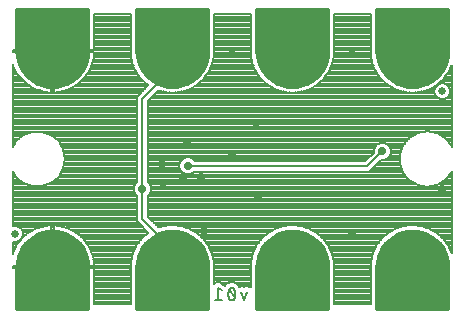
<source format=gbl>
G75*
%MOIN*%
%OFA0B0*%
%FSLAX25Y25*%
%IPPOS*%
%LPD*%
%AMOC8*
5,1,8,0,0,1.08239X$1,22.5*
%
%ADD10C,0.00800*%
%ADD11C,0.02500*%
%ADD12C,0.20000*%
%ADD13C,0.01000*%
%ADD14C,0.02900*%
%ADD15C,0.00700*%
D10*
X0142933Y0243200D02*
X0142933Y0255000D01*
X0130133Y0255000D01*
X0130133Y0255800D01*
X0142933Y0255800D01*
X0142933Y0255000D01*
X0143733Y0255000D01*
X0143733Y0243200D01*
X0142933Y0243200D01*
X0142933Y0243796D02*
X0143733Y0243796D01*
X0143733Y0244594D02*
X0142933Y0244594D01*
X0142933Y0245393D02*
X0143733Y0245393D01*
X0143733Y0246191D02*
X0142933Y0246191D01*
X0142933Y0246990D02*
X0143733Y0246990D01*
X0143733Y0247788D02*
X0142933Y0247788D01*
X0142933Y0248587D02*
X0143733Y0248587D01*
X0143733Y0249385D02*
X0142933Y0249385D01*
X0142933Y0250184D02*
X0143733Y0250184D01*
X0143733Y0250982D02*
X0142933Y0250982D01*
X0142933Y0251781D02*
X0143733Y0251781D01*
X0143733Y0252579D02*
X0142933Y0252579D01*
X0142933Y0253378D02*
X0143733Y0253378D01*
X0143733Y0254176D02*
X0142933Y0254176D01*
X0142933Y0254975D02*
X0143733Y0254975D01*
X0143733Y0255000D02*
X0143733Y0255800D01*
X0142933Y0255800D01*
X0142933Y0269300D01*
X0142605Y0269300D01*
X0141156Y0269148D01*
X0139731Y0268845D01*
X0138345Y0268395D01*
X0137014Y0267802D01*
X0135752Y0267074D01*
X0134574Y0266217D01*
X0133491Y0265242D01*
X0132516Y0264160D01*
X0132516Y0264160D01*
X0132511Y0264152D01*
X0131660Y0262981D01*
X0130931Y0261719D01*
X0130339Y0260388D01*
X0130133Y0259756D01*
X0130133Y0263822D01*
X0130306Y0263750D01*
X0131360Y0263750D01*
X0132334Y0264153D01*
X0133080Y0264899D01*
X0133483Y0265873D01*
X0133483Y0266927D01*
X0133080Y0267901D01*
X0132334Y0268647D01*
X0131360Y0269050D01*
X0130306Y0269050D01*
X0130133Y0268978D01*
X0130133Y0287403D01*
X0131255Y0285460D01*
X0133713Y0283398D01*
X0136729Y0282300D01*
X0139938Y0282300D01*
X0142954Y0283398D01*
X0145412Y0285460D01*
X0145412Y0285460D01*
X0145412Y0285460D01*
X0147016Y0288240D01*
X0147574Y0291400D01*
X0147016Y0294560D01*
X0147016Y0294560D01*
X0145412Y0297340D01*
X0142954Y0299402D01*
X0142954Y0299402D01*
X0139938Y0300500D01*
X0136729Y0300500D01*
X0133713Y0299402D01*
X0131255Y0297340D01*
X0131255Y0297340D01*
X0131255Y0297340D01*
X0130133Y0295397D01*
X0130133Y0323044D01*
X0130339Y0322412D01*
X0130339Y0322412D01*
X0130931Y0321081D01*
X0130931Y0321081D01*
X0131660Y0319819D01*
X0132516Y0318640D01*
X0133491Y0317558D01*
X0133491Y0317558D01*
X0133808Y0317273D01*
X0134574Y0316583D01*
X0134944Y0316314D01*
X0135752Y0315726D01*
X0135752Y0315726D01*
X0136184Y0315478D01*
X0137014Y0314998D01*
X0137014Y0314998D01*
X0137518Y0314774D01*
X0138345Y0314405D01*
X0138937Y0314213D01*
X0139731Y0313955D01*
X0140435Y0313806D01*
X0141156Y0313652D01*
X0142605Y0313500D01*
X0142933Y0313500D01*
X0142933Y0327000D01*
X0130133Y0327000D01*
X0130133Y0327800D01*
X0142933Y0327800D01*
X0142933Y0327000D01*
X0143733Y0327000D01*
X0143733Y0313500D01*
X0144062Y0313500D01*
X0145511Y0313652D01*
X0146936Y0313955D01*
X0148321Y0314405D01*
X0149652Y0314998D01*
X0150914Y0315726D01*
X0152093Y0316583D01*
X0153176Y0317558D01*
X0154150Y0318640D01*
X0154150Y0318640D01*
X0154150Y0318640D01*
X0154166Y0318662D01*
X0155007Y0319819D01*
X0155007Y0319819D01*
X0155735Y0321081D01*
X0156328Y0322412D01*
X0156778Y0323797D01*
X0156778Y0323797D01*
X0157081Y0325223D01*
X0157233Y0326672D01*
X0157233Y0327000D01*
X0143733Y0327000D01*
X0143733Y0327800D01*
X0142933Y0327800D01*
X0142933Y0339600D01*
X0143733Y0339600D01*
X0143733Y0327800D01*
X0157233Y0327800D01*
X0157233Y0339600D01*
X0169433Y0339600D01*
X0169433Y0328109D01*
X0169382Y0328049D01*
X0169433Y0327332D01*
X0169433Y0326613D01*
X0169489Y0326558D01*
X0169515Y0326187D01*
X0169432Y0326057D01*
X0169570Y0325421D01*
X0169616Y0324772D01*
X0169733Y0324670D01*
X0169828Y0324233D01*
X0169764Y0324093D01*
X0169992Y0323483D01*
X0170130Y0322846D01*
X0170260Y0322763D01*
X0170417Y0322344D01*
X0170373Y0322195D01*
X0170685Y0321624D01*
X0170913Y0321014D01*
X0171053Y0320949D01*
X0171268Y0320557D01*
X0171246Y0320404D01*
X0171636Y0319882D01*
X0171948Y0319311D01*
X0172096Y0319267D01*
X0172364Y0318909D01*
X0172364Y0318755D01*
X0172825Y0318294D01*
X0173215Y0317773D01*
X0173368Y0317751D01*
X0173684Y0317435D01*
X0173706Y0317282D01*
X0174228Y0316891D01*
X0174688Y0316431D01*
X0174843Y0316431D01*
X0175201Y0316163D01*
X0175244Y0316015D01*
X0175347Y0315959D01*
X0171533Y0312146D01*
X0171533Y0283630D01*
X0170917Y0283014D01*
X0170483Y0281967D01*
X0170483Y0280833D01*
X0170917Y0279786D01*
X0171533Y0279169D01*
X0171533Y0270654D01*
X0172588Y0269600D01*
X0175347Y0266841D01*
X0175244Y0266785D01*
X0175201Y0266637D01*
X0174843Y0266369D01*
X0174688Y0266369D01*
X0174228Y0265909D01*
X0173706Y0265518D01*
X0173684Y0265365D01*
X0173368Y0265049D01*
X0173215Y0265027D01*
X0172825Y0264506D01*
X0172364Y0264045D01*
X0172364Y0263891D01*
X0172096Y0263533D01*
X0171948Y0263489D01*
X0171636Y0262918D01*
X0171246Y0262396D01*
X0171268Y0262243D01*
X0171053Y0261851D01*
X0170913Y0261786D01*
X0170685Y0261176D01*
X0170373Y0260605D01*
X0170417Y0260456D01*
X0170260Y0260037D01*
X0170130Y0259954D01*
X0169992Y0259317D01*
X0169764Y0258707D01*
X0169828Y0258567D01*
X0169733Y0258130D01*
X0169616Y0258028D01*
X0169570Y0257379D01*
X0169432Y0256743D01*
X0169515Y0256613D01*
X0169489Y0256242D01*
X0169433Y0256187D01*
X0169433Y0255468D01*
X0169382Y0254751D01*
X0169433Y0254691D01*
X0169433Y0243200D01*
X0157233Y0243200D01*
X0157233Y0255000D01*
X0143733Y0255000D01*
X0143733Y0255773D02*
X0169433Y0255773D01*
X0169398Y0254975D02*
X0157233Y0254975D01*
X0157233Y0254176D02*
X0169433Y0254176D01*
X0169433Y0253378D02*
X0157233Y0253378D01*
X0157233Y0252579D02*
X0169433Y0252579D01*
X0169433Y0251781D02*
X0157233Y0251781D01*
X0157233Y0250982D02*
X0169433Y0250982D01*
X0169433Y0250184D02*
X0157233Y0250184D01*
X0157233Y0249385D02*
X0169433Y0249385D01*
X0169433Y0248587D02*
X0157233Y0248587D01*
X0157233Y0247788D02*
X0169433Y0247788D01*
X0169433Y0246990D02*
X0157233Y0246990D01*
X0157233Y0246191D02*
X0169433Y0246191D01*
X0169433Y0245393D02*
X0157233Y0245393D01*
X0157233Y0244594D02*
X0169433Y0244594D01*
X0169433Y0243796D02*
X0157233Y0243796D01*
X0157233Y0255800D02*
X0143733Y0255800D01*
X0143733Y0269300D01*
X0144062Y0269300D01*
X0145511Y0269148D01*
X0145511Y0269148D01*
X0146834Y0268866D01*
X0146936Y0268845D01*
X0146936Y0268845D01*
X0148245Y0268420D01*
X0148321Y0268395D01*
X0148321Y0268395D01*
X0149592Y0267829D01*
X0149652Y0267802D01*
X0149652Y0267802D01*
X0150865Y0267102D01*
X0150914Y0267074D01*
X0150914Y0267074D01*
X0152052Y0266247D01*
X0152093Y0266217D01*
X0152093Y0266217D01*
X0153142Y0265272D01*
X0153176Y0265242D01*
X0153176Y0265242D01*
X0154150Y0264160D01*
X0154150Y0264160D01*
X0155007Y0262981D01*
X0155007Y0262981D01*
X0155735Y0261719D01*
X0155735Y0261719D01*
X0156328Y0260388D01*
X0156328Y0260388D01*
X0156778Y0259003D01*
X0156778Y0259002D01*
X0157081Y0257577D01*
X0157081Y0257577D01*
X0157233Y0256128D01*
X0157233Y0255800D01*
X0157187Y0256572D02*
X0169512Y0256572D01*
X0169568Y0257370D02*
X0157103Y0257370D01*
X0156955Y0258169D02*
X0169742Y0258169D01*
X0169861Y0258967D02*
X0156786Y0258967D01*
X0156530Y0259766D02*
X0170089Y0259766D01*
X0170385Y0260564D02*
X0156249Y0260564D01*
X0155894Y0261363D02*
X0170755Y0261363D01*
X0171223Y0262161D02*
X0155480Y0262161D01*
X0155019Y0262960D02*
X0171659Y0262960D01*
X0172265Y0263758D02*
X0154442Y0263758D01*
X0153793Y0264557D02*
X0172863Y0264557D01*
X0173674Y0265355D02*
X0153050Y0265355D01*
X0153176Y0265242D02*
X0153176Y0265242D01*
X0152163Y0266154D02*
X0174473Y0266154D01*
X0175235Y0266952D02*
X0151081Y0266952D01*
X0149741Y0267751D02*
X0174437Y0267751D01*
X0173638Y0268549D02*
X0147845Y0268549D01*
X0143733Y0268549D02*
X0142933Y0268549D01*
X0142933Y0267751D02*
X0143733Y0267751D01*
X0143733Y0266952D02*
X0142933Y0266952D01*
X0142933Y0266154D02*
X0143733Y0266154D01*
X0143733Y0265355D02*
X0142933Y0265355D01*
X0142933Y0264557D02*
X0143733Y0264557D01*
X0143733Y0263758D02*
X0142933Y0263758D01*
X0142933Y0262960D02*
X0143733Y0262960D01*
X0143733Y0262161D02*
X0142933Y0262161D01*
X0142933Y0261363D02*
X0143733Y0261363D01*
X0143733Y0260564D02*
X0142933Y0260564D01*
X0142933Y0259766D02*
X0143733Y0259766D01*
X0143733Y0258967D02*
X0142933Y0258967D01*
X0142933Y0258169D02*
X0143733Y0258169D01*
X0143733Y0257370D02*
X0142933Y0257370D01*
X0142933Y0256572D02*
X0143733Y0256572D01*
X0142933Y0255773D02*
X0130133Y0255773D01*
X0130133Y0259766D02*
X0130137Y0259766D01*
X0130339Y0260388D02*
X0130339Y0260388D01*
X0130417Y0260564D02*
X0130133Y0260564D01*
X0130133Y0261363D02*
X0130773Y0261363D01*
X0130931Y0261719D02*
X0130931Y0261719D01*
X0131187Y0262161D02*
X0130133Y0262161D01*
X0130133Y0262960D02*
X0131648Y0262960D01*
X0131660Y0262981D02*
X0131660Y0262981D01*
X0131381Y0263758D02*
X0132225Y0263758D01*
X0132738Y0264557D02*
X0132874Y0264557D01*
X0133269Y0265355D02*
X0133617Y0265355D01*
X0133491Y0265242D02*
X0133491Y0265242D01*
X0133483Y0266154D02*
X0134503Y0266154D01*
X0133473Y0266952D02*
X0135586Y0266952D01*
X0136926Y0267751D02*
X0133142Y0267751D01*
X0132432Y0268549D02*
X0138822Y0268549D01*
X0130133Y0269348D02*
X0172840Y0269348D01*
X0172041Y0270146D02*
X0130133Y0270146D01*
X0130133Y0270945D02*
X0171533Y0270945D01*
X0171533Y0271743D02*
X0130133Y0271743D01*
X0130133Y0272542D02*
X0171533Y0272542D01*
X0171533Y0273340D02*
X0130133Y0273340D01*
X0130133Y0274139D02*
X0171533Y0274139D01*
X0171533Y0274937D02*
X0130133Y0274937D01*
X0130133Y0275736D02*
X0171533Y0275736D01*
X0171533Y0276534D02*
X0130133Y0276534D01*
X0130133Y0277333D02*
X0171533Y0277333D01*
X0171533Y0278132D02*
X0130133Y0278132D01*
X0130133Y0278930D02*
X0171533Y0278930D01*
X0170974Y0279729D02*
X0130133Y0279729D01*
X0130133Y0280527D02*
X0170610Y0280527D01*
X0170483Y0281326D02*
X0130133Y0281326D01*
X0130133Y0282124D02*
X0170548Y0282124D01*
X0170879Y0282923D02*
X0141648Y0282923D01*
X0142954Y0283398D02*
X0142954Y0283398D01*
X0143339Y0283721D02*
X0171533Y0283721D01*
X0171533Y0284520D02*
X0144291Y0284520D01*
X0145242Y0285318D02*
X0171533Y0285318D01*
X0171533Y0286117D02*
X0145791Y0286117D01*
X0146252Y0286915D02*
X0171533Y0286915D01*
X0171533Y0287714D02*
X0146713Y0287714D01*
X0147016Y0288240D02*
X0147016Y0288240D01*
X0147064Y0288512D02*
X0171533Y0288512D01*
X0171533Y0289311D02*
X0147205Y0289311D01*
X0147346Y0290109D02*
X0171533Y0290109D01*
X0171533Y0290908D02*
X0147487Y0290908D01*
X0147574Y0291400D02*
X0147574Y0291400D01*
X0147520Y0291706D02*
X0171533Y0291706D01*
X0171533Y0292505D02*
X0147379Y0292505D01*
X0147238Y0293303D02*
X0171533Y0293303D01*
X0171533Y0294102D02*
X0147097Y0294102D01*
X0146820Y0294900D02*
X0171533Y0294900D01*
X0171533Y0295699D02*
X0146359Y0295699D01*
X0145898Y0296497D02*
X0171533Y0296497D01*
X0171533Y0297296D02*
X0145437Y0297296D01*
X0145412Y0297340D02*
X0145412Y0297340D01*
X0144512Y0298094D02*
X0171533Y0298094D01*
X0171533Y0298893D02*
X0143561Y0298893D01*
X0142160Y0299691D02*
X0171533Y0299691D01*
X0171533Y0300490D02*
X0139966Y0300490D01*
X0136701Y0300490D02*
X0130133Y0300490D01*
X0130133Y0301288D02*
X0171533Y0301288D01*
X0171533Y0302087D02*
X0130133Y0302087D01*
X0130133Y0302885D02*
X0171533Y0302885D01*
X0171533Y0303684D02*
X0130133Y0303684D01*
X0130133Y0304482D02*
X0171533Y0304482D01*
X0171533Y0305281D02*
X0130133Y0305281D01*
X0130133Y0306079D02*
X0171533Y0306079D01*
X0171533Y0306878D02*
X0130133Y0306878D01*
X0130133Y0307676D02*
X0171533Y0307676D01*
X0171533Y0308475D02*
X0130133Y0308475D01*
X0130133Y0309273D02*
X0171533Y0309273D01*
X0171533Y0310072D02*
X0130133Y0310072D01*
X0130133Y0310870D02*
X0171533Y0310870D01*
X0171533Y0311669D02*
X0130133Y0311669D01*
X0130133Y0312468D02*
X0171855Y0312468D01*
X0172654Y0313266D02*
X0130133Y0313266D01*
X0130133Y0314065D02*
X0139394Y0314065D01*
X0139731Y0313955D02*
X0139731Y0313955D01*
X0141156Y0313652D02*
X0141156Y0313652D01*
X0142933Y0314065D02*
X0143733Y0314065D01*
X0143733Y0314863D02*
X0142933Y0314863D01*
X0142933Y0315662D02*
X0143733Y0315662D01*
X0143733Y0316460D02*
X0142933Y0316460D01*
X0142933Y0317259D02*
X0143733Y0317259D01*
X0143733Y0318057D02*
X0142933Y0318057D01*
X0142933Y0318856D02*
X0143733Y0318856D01*
X0143733Y0319654D02*
X0142933Y0319654D01*
X0142933Y0320453D02*
X0143733Y0320453D01*
X0143733Y0321251D02*
X0142933Y0321251D01*
X0142933Y0322050D02*
X0143733Y0322050D01*
X0143733Y0322848D02*
X0142933Y0322848D01*
X0142933Y0323647D02*
X0143733Y0323647D01*
X0143733Y0324445D02*
X0142933Y0324445D01*
X0142933Y0325244D02*
X0143733Y0325244D01*
X0143733Y0326042D02*
X0142933Y0326042D01*
X0142933Y0326841D02*
X0143733Y0326841D01*
X0143733Y0327639D02*
X0169411Y0327639D01*
X0169433Y0326841D02*
X0157233Y0326841D01*
X0157167Y0326042D02*
X0169435Y0326042D01*
X0169583Y0325244D02*
X0157083Y0325244D01*
X0157081Y0325223D02*
X0157081Y0325223D01*
X0156916Y0324445D02*
X0169782Y0324445D01*
X0169930Y0323647D02*
X0156729Y0323647D01*
X0156470Y0322848D02*
X0170130Y0322848D01*
X0170452Y0322050D02*
X0156167Y0322050D01*
X0156328Y0322412D02*
X0156328Y0322412D01*
X0155811Y0321251D02*
X0170824Y0321251D01*
X0171253Y0320453D02*
X0155373Y0320453D01*
X0155735Y0321081D02*
X0155735Y0321081D01*
X0154887Y0319654D02*
X0171761Y0319654D01*
X0172364Y0318856D02*
X0154307Y0318856D01*
X0153625Y0318057D02*
X0173002Y0318057D01*
X0173737Y0317259D02*
X0152843Y0317259D01*
X0153176Y0317558D02*
X0153176Y0317558D01*
X0151924Y0316460D02*
X0174659Y0316460D01*
X0175049Y0315662D02*
X0150802Y0315662D01*
X0149349Y0314863D02*
X0174251Y0314863D01*
X0173452Y0314065D02*
X0147272Y0314065D01*
X0138345Y0314405D02*
X0138345Y0314405D01*
X0137317Y0314863D02*
X0130133Y0314863D01*
X0130133Y0315662D02*
X0135865Y0315662D01*
X0134743Y0316460D02*
X0130133Y0316460D01*
X0130133Y0317259D02*
X0133823Y0317259D01*
X0133491Y0317558D02*
X0133491Y0317558D01*
X0133041Y0318057D02*
X0130133Y0318057D01*
X0130133Y0318856D02*
X0132360Y0318856D01*
X0132516Y0318640D02*
X0132516Y0318640D01*
X0131780Y0319654D02*
X0130133Y0319654D01*
X0130133Y0320453D02*
X0131294Y0320453D01*
X0131660Y0319819D02*
X0131660Y0319819D01*
X0130856Y0321251D02*
X0130133Y0321251D01*
X0130133Y0322050D02*
X0130500Y0322050D01*
X0130197Y0322848D02*
X0130133Y0322848D01*
X0130133Y0327639D02*
X0142933Y0327639D01*
X0142933Y0328438D02*
X0143733Y0328438D01*
X0143733Y0329236D02*
X0142933Y0329236D01*
X0142933Y0330035D02*
X0143733Y0330035D01*
X0143733Y0330833D02*
X0142933Y0330833D01*
X0142933Y0331632D02*
X0143733Y0331632D01*
X0143733Y0332430D02*
X0142933Y0332430D01*
X0142933Y0333229D02*
X0143733Y0333229D01*
X0143733Y0334027D02*
X0142933Y0334027D01*
X0142933Y0334826D02*
X0143733Y0334826D01*
X0143733Y0335624D02*
X0142933Y0335624D01*
X0142933Y0336423D02*
X0143733Y0336423D01*
X0143733Y0337221D02*
X0142933Y0337221D01*
X0142933Y0338020D02*
X0143733Y0338020D01*
X0143733Y0338818D02*
X0142933Y0338818D01*
X0157233Y0338818D02*
X0169433Y0338818D01*
X0169433Y0338020D02*
X0157233Y0338020D01*
X0157233Y0337221D02*
X0169433Y0337221D01*
X0169433Y0336423D02*
X0157233Y0336423D01*
X0157233Y0335624D02*
X0169433Y0335624D01*
X0169433Y0334826D02*
X0157233Y0334826D01*
X0157233Y0334027D02*
X0169433Y0334027D01*
X0169433Y0333229D02*
X0157233Y0333229D01*
X0157233Y0332430D02*
X0169433Y0332430D01*
X0169433Y0331632D02*
X0157233Y0331632D01*
X0157233Y0330833D02*
X0169433Y0330833D01*
X0169433Y0330035D02*
X0157233Y0330035D01*
X0157233Y0329236D02*
X0169433Y0329236D01*
X0169433Y0328438D02*
X0157233Y0328438D01*
X0173333Y0311400D02*
X0183333Y0321400D01*
X0183333Y0327400D01*
X0196884Y0324445D02*
X0209782Y0324445D01*
X0209828Y0324233D02*
X0209764Y0324093D01*
X0209992Y0323483D01*
X0210130Y0322846D01*
X0210260Y0322763D01*
X0210417Y0322344D01*
X0210373Y0322195D01*
X0210685Y0321624D01*
X0210913Y0321014D01*
X0211053Y0320949D01*
X0211268Y0320557D01*
X0211246Y0320404D01*
X0211636Y0319882D01*
X0211948Y0319311D01*
X0212096Y0319267D01*
X0212364Y0318909D01*
X0212364Y0318755D01*
X0212825Y0318294D01*
X0213215Y0317773D01*
X0213368Y0317751D01*
X0213684Y0317435D01*
X0213706Y0317282D01*
X0214228Y0316891D01*
X0214688Y0316431D01*
X0214843Y0316431D01*
X0215201Y0316163D01*
X0215244Y0316015D01*
X0215816Y0315703D01*
X0216337Y0315312D01*
X0216490Y0315334D01*
X0216883Y0315120D01*
X0216947Y0314979D01*
X0217557Y0314752D01*
X0218128Y0314440D01*
X0218277Y0314483D01*
X0218696Y0314327D01*
X0218780Y0314197D01*
X0219416Y0314058D01*
X0220026Y0313831D01*
X0220167Y0313895D01*
X0220604Y0313800D01*
X0220705Y0313683D01*
X0221354Y0313637D01*
X0221991Y0313498D01*
X0222121Y0313582D01*
X0222567Y0313550D01*
X0222684Y0313449D01*
X0223333Y0313495D01*
X0223983Y0313449D01*
X0224100Y0313550D01*
X0224546Y0313582D01*
X0224676Y0313498D01*
X0225312Y0313637D01*
X0225962Y0313683D01*
X0226063Y0313800D01*
X0226500Y0313895D01*
X0226641Y0313831D01*
X0227251Y0314058D01*
X0227887Y0314197D01*
X0227971Y0314327D01*
X0228390Y0314483D01*
X0228538Y0314440D01*
X0229110Y0314752D01*
X0229720Y0314979D01*
X0229784Y0315120D01*
X0230177Y0315334D01*
X0230330Y0315312D01*
X0230851Y0315703D01*
X0231422Y0316015D01*
X0231466Y0316163D01*
X0231824Y0316431D01*
X0231979Y0316431D01*
X0232439Y0316891D01*
X0232960Y0317282D01*
X0232982Y0317435D01*
X0233299Y0317751D01*
X0233452Y0317773D01*
X0233842Y0318294D01*
X0234302Y0318755D01*
X0234302Y0318909D01*
X0234570Y0319267D01*
X0234719Y0319311D01*
X0235031Y0319882D01*
X0235421Y0320404D01*
X0235399Y0320557D01*
X0235613Y0320949D01*
X0235754Y0321014D01*
X0235982Y0321624D01*
X0236294Y0322195D01*
X0236250Y0322344D01*
X0236406Y0322763D01*
X0236537Y0322846D01*
X0236675Y0323483D01*
X0236902Y0324093D01*
X0236838Y0324233D01*
X0236933Y0324670D01*
X0237050Y0324772D01*
X0237097Y0325421D01*
X0237235Y0326057D01*
X0237151Y0326187D01*
X0237178Y0326558D01*
X0237233Y0326613D01*
X0237233Y0327332D01*
X0237285Y0328049D01*
X0237233Y0328109D01*
X0237233Y0339600D01*
X0249433Y0339600D01*
X0249433Y0328109D01*
X0249382Y0328049D01*
X0249433Y0327332D01*
X0249433Y0326613D01*
X0249489Y0326558D01*
X0249515Y0326187D01*
X0249432Y0326057D01*
X0249570Y0325421D01*
X0249616Y0324772D01*
X0249733Y0324670D01*
X0249828Y0324233D01*
X0249764Y0324093D01*
X0249992Y0323483D01*
X0250130Y0322846D01*
X0250260Y0322763D01*
X0250417Y0322344D01*
X0250373Y0322195D01*
X0250685Y0321624D01*
X0250913Y0321014D01*
X0251053Y0320949D01*
X0251268Y0320557D01*
X0251246Y0320404D01*
X0251636Y0319882D01*
X0251948Y0319311D01*
X0252096Y0319267D01*
X0252364Y0318909D01*
X0252364Y0318755D01*
X0252825Y0318294D01*
X0253215Y0317773D01*
X0253368Y0317751D01*
X0253684Y0317435D01*
X0253706Y0317282D01*
X0254228Y0316891D01*
X0254688Y0316431D01*
X0254843Y0316431D01*
X0255201Y0316163D01*
X0255244Y0316015D01*
X0255816Y0315703D01*
X0256337Y0315312D01*
X0256490Y0315334D01*
X0256883Y0315120D01*
X0256947Y0314979D01*
X0257557Y0314752D01*
X0258128Y0314440D01*
X0258277Y0314483D01*
X0258696Y0314327D01*
X0258780Y0314197D01*
X0259416Y0314058D01*
X0260026Y0313831D01*
X0260167Y0313895D01*
X0260604Y0313800D01*
X0260705Y0313683D01*
X0261354Y0313637D01*
X0261991Y0313498D01*
X0262121Y0313582D01*
X0262567Y0313550D01*
X0262684Y0313449D01*
X0263333Y0313495D01*
X0263983Y0313449D01*
X0264100Y0313550D01*
X0264546Y0313582D01*
X0264676Y0313498D01*
X0265312Y0313637D01*
X0265962Y0313683D01*
X0266063Y0313800D01*
X0266500Y0313895D01*
X0266641Y0313831D01*
X0267251Y0314058D01*
X0267887Y0314197D01*
X0267971Y0314327D01*
X0268390Y0314483D01*
X0268538Y0314440D01*
X0269110Y0314752D01*
X0269720Y0314979D01*
X0269784Y0315120D01*
X0270177Y0315334D01*
X0270330Y0315312D01*
X0270851Y0315703D01*
X0271422Y0316015D01*
X0271466Y0316163D01*
X0271824Y0316431D01*
X0271979Y0316431D01*
X0272439Y0316891D01*
X0272960Y0317282D01*
X0272982Y0317435D01*
X0273299Y0317751D01*
X0273452Y0317773D01*
X0273842Y0318294D01*
X0274302Y0318755D01*
X0274302Y0318909D01*
X0274570Y0319267D01*
X0274719Y0319311D01*
X0275031Y0319882D01*
X0275421Y0320404D01*
X0275399Y0320557D01*
X0275613Y0320949D01*
X0275754Y0321014D01*
X0275982Y0321624D01*
X0276294Y0322195D01*
X0276250Y0322344D01*
X0276406Y0322763D01*
X0276533Y0322844D01*
X0276533Y0295477D01*
X0276336Y0296020D01*
X0274273Y0298479D01*
X0271494Y0300083D01*
X0271494Y0300083D01*
X0268333Y0300640D01*
X0265173Y0300083D01*
X0262394Y0298479D01*
X0260331Y0296020D01*
X0259233Y0293005D01*
X0259233Y0289795D01*
X0260331Y0286780D01*
X0260331Y0286780D01*
X0262394Y0284321D01*
X0265173Y0282717D01*
X0268333Y0282160D01*
X0268333Y0282160D01*
X0271494Y0282717D01*
X0274273Y0284321D01*
X0276336Y0286780D01*
X0276533Y0287323D01*
X0276533Y0259956D01*
X0276406Y0260037D01*
X0276250Y0260456D01*
X0276294Y0260605D01*
X0275982Y0261176D01*
X0275754Y0261786D01*
X0275613Y0261851D01*
X0275399Y0262243D01*
X0275421Y0262396D01*
X0275031Y0262918D01*
X0274719Y0263489D01*
X0274570Y0263533D01*
X0274302Y0263891D01*
X0274302Y0264045D01*
X0273842Y0264506D01*
X0273452Y0265027D01*
X0273299Y0265049D01*
X0272982Y0265365D01*
X0272960Y0265518D01*
X0272439Y0265909D01*
X0271979Y0266369D01*
X0271824Y0266369D01*
X0271466Y0266637D01*
X0271422Y0266785D01*
X0270851Y0267097D01*
X0270330Y0267488D01*
X0270177Y0267466D01*
X0269784Y0267680D01*
X0269720Y0267821D01*
X0269110Y0268048D01*
X0268538Y0268360D01*
X0268390Y0268317D01*
X0267971Y0268473D01*
X0267887Y0268603D01*
X0267251Y0268742D01*
X0266641Y0268969D01*
X0266500Y0268905D01*
X0266063Y0269000D01*
X0265962Y0269117D01*
X0265312Y0269163D01*
X0264676Y0269302D01*
X0264546Y0269218D01*
X0264100Y0269250D01*
X0263983Y0269351D01*
X0263333Y0269305D01*
X0262684Y0269351D01*
X0262567Y0269250D01*
X0262121Y0269218D01*
X0261991Y0269302D01*
X0261354Y0269163D01*
X0260705Y0269117D01*
X0260604Y0269000D01*
X0260167Y0268905D01*
X0260026Y0268969D01*
X0259416Y0268742D01*
X0258780Y0268603D01*
X0258696Y0268473D01*
X0258277Y0268317D01*
X0258128Y0268360D01*
X0257557Y0268048D01*
X0256947Y0267821D01*
X0256883Y0267680D01*
X0256490Y0267466D01*
X0256337Y0267488D01*
X0255816Y0267097D01*
X0255244Y0266785D01*
X0255201Y0266637D01*
X0254843Y0266369D01*
X0254688Y0266369D01*
X0254228Y0265909D01*
X0253706Y0265518D01*
X0253684Y0265365D01*
X0253368Y0265049D01*
X0253215Y0265027D01*
X0252825Y0264506D01*
X0252364Y0264045D01*
X0252364Y0263891D01*
X0252096Y0263533D01*
X0251948Y0263489D01*
X0251636Y0262918D01*
X0251246Y0262396D01*
X0251268Y0262243D01*
X0251053Y0261851D01*
X0250913Y0261786D01*
X0250685Y0261176D01*
X0250373Y0260605D01*
X0250417Y0260456D01*
X0250260Y0260037D01*
X0250130Y0259954D01*
X0249992Y0259317D01*
X0249764Y0258707D01*
X0249828Y0258567D01*
X0249733Y0258130D01*
X0249616Y0258028D01*
X0249570Y0257379D01*
X0249432Y0256743D01*
X0249515Y0256613D01*
X0249489Y0256242D01*
X0249433Y0256187D01*
X0249433Y0255468D01*
X0249382Y0254751D01*
X0249433Y0254691D01*
X0249433Y0243200D01*
X0237233Y0243200D01*
X0237233Y0254691D01*
X0237285Y0254751D01*
X0237233Y0255468D01*
X0237233Y0256187D01*
X0237178Y0256242D01*
X0237151Y0256613D01*
X0237235Y0256743D01*
X0237097Y0257379D01*
X0237050Y0258028D01*
X0236933Y0258130D01*
X0236838Y0258567D01*
X0236902Y0258707D01*
X0236675Y0259317D01*
X0236537Y0259954D01*
X0236406Y0260037D01*
X0236250Y0260456D01*
X0236294Y0260605D01*
X0235982Y0261176D01*
X0235754Y0261786D01*
X0235613Y0261851D01*
X0235399Y0262243D01*
X0235421Y0262396D01*
X0235031Y0262918D01*
X0234719Y0263489D01*
X0234570Y0263533D01*
X0234302Y0263891D01*
X0234302Y0264045D01*
X0233842Y0264506D01*
X0233452Y0265027D01*
X0233299Y0265049D01*
X0232982Y0265365D01*
X0232960Y0265518D01*
X0232439Y0265909D01*
X0231979Y0266369D01*
X0231824Y0266369D01*
X0231466Y0266637D01*
X0231422Y0266785D01*
X0230851Y0267097D01*
X0230330Y0267488D01*
X0230177Y0267466D01*
X0229784Y0267680D01*
X0229720Y0267821D01*
X0229110Y0268048D01*
X0228538Y0268360D01*
X0228390Y0268317D01*
X0227971Y0268473D01*
X0227887Y0268603D01*
X0227251Y0268742D01*
X0226641Y0268969D01*
X0226500Y0268905D01*
X0226063Y0269000D01*
X0225962Y0269117D01*
X0225312Y0269163D01*
X0224676Y0269302D01*
X0224546Y0269218D01*
X0224100Y0269250D01*
X0223983Y0269351D01*
X0223333Y0269305D01*
X0222684Y0269351D01*
X0222567Y0269250D01*
X0222121Y0269218D01*
X0221991Y0269302D01*
X0221354Y0269163D01*
X0220705Y0269117D01*
X0220604Y0269000D01*
X0220167Y0268905D01*
X0220026Y0268969D01*
X0219416Y0268742D01*
X0218780Y0268603D01*
X0218696Y0268473D01*
X0218277Y0268317D01*
X0218128Y0268360D01*
X0217557Y0268048D01*
X0216947Y0267821D01*
X0216883Y0267680D01*
X0216490Y0267466D01*
X0216337Y0267488D01*
X0215816Y0267097D01*
X0215244Y0266785D01*
X0215201Y0266637D01*
X0214843Y0266369D01*
X0214688Y0266369D01*
X0214228Y0265909D01*
X0213706Y0265518D01*
X0213684Y0265365D01*
X0213368Y0265049D01*
X0213215Y0265027D01*
X0212825Y0264506D01*
X0212364Y0264045D01*
X0212364Y0263891D01*
X0212096Y0263533D01*
X0211948Y0263489D01*
X0211636Y0262918D01*
X0211246Y0262396D01*
X0211268Y0262243D01*
X0211053Y0261851D01*
X0210913Y0261786D01*
X0210685Y0261176D01*
X0210373Y0260605D01*
X0210417Y0260456D01*
X0210260Y0260037D01*
X0210130Y0259954D01*
X0209992Y0259317D01*
X0209764Y0258707D01*
X0209828Y0258567D01*
X0209733Y0258130D01*
X0209616Y0258028D01*
X0209570Y0257379D01*
X0209432Y0256743D01*
X0209515Y0256613D01*
X0209489Y0256242D01*
X0209433Y0256187D01*
X0209433Y0255468D01*
X0209382Y0254751D01*
X0209433Y0254691D01*
X0209433Y0248572D01*
X0208020Y0249043D01*
X0207225Y0248646D01*
X0206430Y0249043D01*
X0205603Y0248768D01*
X0205418Y0249308D01*
X0204029Y0250300D01*
X0202321Y0250300D01*
X0200932Y0249308D01*
X0200849Y0249066D01*
X0199877Y0249843D01*
X0199421Y0250300D01*
X0199306Y0250300D01*
X0199217Y0250371D01*
X0198575Y0250300D01*
X0197929Y0250300D01*
X0197849Y0250219D01*
X0197735Y0250207D01*
X0197332Y0249702D01*
X0197233Y0249604D01*
X0197233Y0254691D01*
X0197285Y0254751D01*
X0197233Y0255468D01*
X0197233Y0256187D01*
X0197178Y0256242D01*
X0197151Y0256613D01*
X0197235Y0256743D01*
X0197097Y0257379D01*
X0197050Y0258028D01*
X0196933Y0258130D01*
X0196838Y0258567D01*
X0196902Y0258707D01*
X0196675Y0259317D01*
X0196537Y0259954D01*
X0196406Y0260037D01*
X0196250Y0260456D01*
X0196294Y0260605D01*
X0195982Y0261176D01*
X0195754Y0261786D01*
X0195613Y0261851D01*
X0195399Y0262243D01*
X0195421Y0262396D01*
X0195031Y0262918D01*
X0194719Y0263489D01*
X0194570Y0263533D01*
X0194302Y0263891D01*
X0194302Y0264045D01*
X0193842Y0264506D01*
X0193452Y0265027D01*
X0193299Y0265049D01*
X0192982Y0265365D01*
X0192960Y0265518D01*
X0192439Y0265909D01*
X0191979Y0266369D01*
X0191824Y0266369D01*
X0191466Y0266637D01*
X0191422Y0266785D01*
X0190851Y0267097D01*
X0190330Y0267488D01*
X0190177Y0267466D01*
X0189784Y0267680D01*
X0189720Y0267821D01*
X0189110Y0268048D01*
X0188538Y0268360D01*
X0188390Y0268317D01*
X0187971Y0268473D01*
X0187887Y0268603D01*
X0187251Y0268742D01*
X0186641Y0268969D01*
X0186500Y0268905D01*
X0186063Y0269000D01*
X0185962Y0269117D01*
X0185312Y0269163D01*
X0184676Y0269302D01*
X0184546Y0269218D01*
X0184100Y0269250D01*
X0183983Y0269351D01*
X0183333Y0269305D01*
X0182684Y0269351D01*
X0182567Y0269250D01*
X0182121Y0269218D01*
X0181991Y0269302D01*
X0181354Y0269163D01*
X0180705Y0269117D01*
X0180604Y0269000D01*
X0180167Y0268905D01*
X0180026Y0268969D01*
X0179416Y0268742D01*
X0178780Y0268603D01*
X0178739Y0268540D01*
X0175133Y0272146D01*
X0175133Y0279169D01*
X0175749Y0279786D01*
X0176183Y0280833D01*
X0176183Y0281967D01*
X0175749Y0283014D01*
X0175133Y0283630D01*
X0175133Y0310654D01*
X0178739Y0314260D01*
X0178780Y0314197D01*
X0179416Y0314058D01*
X0180026Y0313831D01*
X0180167Y0313895D01*
X0180604Y0313800D01*
X0180705Y0313683D01*
X0181354Y0313637D01*
X0181991Y0313498D01*
X0182121Y0313582D01*
X0182567Y0313550D01*
X0182684Y0313449D01*
X0183333Y0313495D01*
X0183983Y0313449D01*
X0184100Y0313550D01*
X0184546Y0313582D01*
X0184676Y0313498D01*
X0185312Y0313637D01*
X0185962Y0313683D01*
X0186063Y0313800D01*
X0186500Y0313895D01*
X0186641Y0313831D01*
X0187251Y0314058D01*
X0187887Y0314197D01*
X0187971Y0314327D01*
X0188390Y0314483D01*
X0188538Y0314440D01*
X0189110Y0314752D01*
X0189720Y0314979D01*
X0189784Y0315120D01*
X0190177Y0315334D01*
X0190330Y0315312D01*
X0190851Y0315703D01*
X0191422Y0316015D01*
X0191466Y0316163D01*
X0191824Y0316431D01*
X0191979Y0316431D01*
X0192439Y0316891D01*
X0192960Y0317282D01*
X0192982Y0317435D01*
X0193299Y0317751D01*
X0193452Y0317773D01*
X0193842Y0318294D01*
X0194302Y0318755D01*
X0194302Y0318909D01*
X0194570Y0319267D01*
X0194719Y0319311D01*
X0195031Y0319882D01*
X0195421Y0320404D01*
X0195399Y0320557D01*
X0195613Y0320949D01*
X0195754Y0321014D01*
X0195982Y0321624D01*
X0196294Y0322195D01*
X0196250Y0322344D01*
X0196406Y0322763D01*
X0196537Y0322846D01*
X0196675Y0323483D01*
X0196902Y0324093D01*
X0196838Y0324233D01*
X0196933Y0324670D01*
X0197050Y0324772D01*
X0197097Y0325421D01*
X0197235Y0326057D01*
X0197151Y0326187D01*
X0197178Y0326558D01*
X0197233Y0326613D01*
X0197233Y0327332D01*
X0197285Y0328049D01*
X0197233Y0328109D01*
X0197233Y0339600D01*
X0209433Y0339600D01*
X0209433Y0328109D01*
X0209382Y0328049D01*
X0209433Y0327332D01*
X0209433Y0326613D01*
X0209489Y0326558D01*
X0209515Y0326187D01*
X0209432Y0326057D01*
X0209570Y0325421D01*
X0209616Y0324772D01*
X0209733Y0324670D01*
X0209828Y0324233D01*
X0209930Y0323647D02*
X0196736Y0323647D01*
X0196537Y0322848D02*
X0210130Y0322848D01*
X0210452Y0322050D02*
X0196214Y0322050D01*
X0195843Y0321251D02*
X0210824Y0321251D01*
X0211253Y0320453D02*
X0195414Y0320453D01*
X0194906Y0319654D02*
X0211761Y0319654D01*
X0212364Y0318856D02*
X0194302Y0318856D01*
X0193664Y0318057D02*
X0213002Y0318057D01*
X0213737Y0317259D02*
X0192930Y0317259D01*
X0192008Y0316460D02*
X0214659Y0316460D01*
X0215870Y0315662D02*
X0190796Y0315662D01*
X0189408Y0314863D02*
X0217259Y0314863D01*
X0219388Y0314065D02*
X0187279Y0314065D01*
X0179388Y0314065D02*
X0178543Y0314065D01*
X0177745Y0313266D02*
X0270728Y0313266D01*
X0270683Y0313373D02*
X0271087Y0312399D01*
X0271832Y0311653D01*
X0272806Y0311250D01*
X0273860Y0311250D01*
X0274834Y0311653D01*
X0275580Y0312399D01*
X0275983Y0313373D01*
X0275983Y0314427D01*
X0275580Y0315401D01*
X0274834Y0316147D01*
X0273860Y0316550D01*
X0272806Y0316550D01*
X0271832Y0316147D01*
X0271087Y0315401D01*
X0270683Y0314427D01*
X0270683Y0313373D01*
X0270683Y0314065D02*
X0267279Y0314065D01*
X0269408Y0314863D02*
X0270864Y0314863D01*
X0270796Y0315662D02*
X0271347Y0315662D01*
X0272008Y0316460D02*
X0272589Y0316460D01*
X0272930Y0317259D02*
X0276533Y0317259D01*
X0276533Y0318057D02*
X0273664Y0318057D01*
X0274302Y0318856D02*
X0276533Y0318856D01*
X0276533Y0319654D02*
X0274906Y0319654D01*
X0275414Y0320453D02*
X0276533Y0320453D01*
X0276533Y0321251D02*
X0275843Y0321251D01*
X0276214Y0322050D02*
X0276533Y0322050D01*
X0276533Y0316460D02*
X0274078Y0316460D01*
X0275319Y0315662D02*
X0276533Y0315662D01*
X0276533Y0314863D02*
X0275803Y0314863D01*
X0275983Y0314065D02*
X0276533Y0314065D01*
X0276533Y0313266D02*
X0275939Y0313266D01*
X0275608Y0312468D02*
X0276533Y0312468D01*
X0276533Y0311669D02*
X0274850Y0311669D01*
X0276533Y0310870D02*
X0175349Y0310870D01*
X0175133Y0310072D02*
X0276533Y0310072D01*
X0276533Y0309273D02*
X0175133Y0309273D01*
X0175133Y0308475D02*
X0276533Y0308475D01*
X0276533Y0307676D02*
X0175133Y0307676D01*
X0175133Y0306878D02*
X0276533Y0306878D01*
X0276533Y0306079D02*
X0175133Y0306079D01*
X0175133Y0305281D02*
X0276533Y0305281D01*
X0276533Y0304482D02*
X0175133Y0304482D01*
X0175133Y0303684D02*
X0276533Y0303684D01*
X0276533Y0302885D02*
X0175133Y0302885D01*
X0175133Y0302087D02*
X0276533Y0302087D01*
X0276533Y0301288D02*
X0175133Y0301288D01*
X0175133Y0300490D02*
X0267480Y0300490D01*
X0268333Y0300640D02*
X0268333Y0300640D01*
X0269187Y0300490D02*
X0276533Y0300490D01*
X0276533Y0299691D02*
X0272172Y0299691D01*
X0273555Y0298893D02*
X0276533Y0298893D01*
X0276533Y0298094D02*
X0274595Y0298094D01*
X0274273Y0298479D02*
X0274273Y0298479D01*
X0275265Y0297296D02*
X0276533Y0297296D01*
X0276533Y0296497D02*
X0275935Y0296497D01*
X0276453Y0295699D02*
X0276533Y0295699D01*
X0276533Y0286915D02*
X0276385Y0286915D01*
X0276336Y0286780D02*
X0276336Y0286780D01*
X0276533Y0286117D02*
X0275779Y0286117D01*
X0275109Y0285318D02*
X0276533Y0285318D01*
X0276533Y0284520D02*
X0274439Y0284520D01*
X0274273Y0284321D02*
X0274273Y0284321D01*
X0273233Y0283721D02*
X0276533Y0283721D01*
X0276533Y0282923D02*
X0271850Y0282923D01*
X0271494Y0282717D02*
X0271494Y0282717D01*
X0276533Y0282124D02*
X0176118Y0282124D01*
X0176183Y0281326D02*
X0276533Y0281326D01*
X0276533Y0280527D02*
X0176057Y0280527D01*
X0175692Y0279729D02*
X0276533Y0279729D01*
X0276533Y0278930D02*
X0175133Y0278930D01*
X0175133Y0278132D02*
X0276533Y0278132D01*
X0276533Y0277333D02*
X0175133Y0277333D01*
X0175133Y0276534D02*
X0276533Y0276534D01*
X0276533Y0275736D02*
X0175133Y0275736D01*
X0175133Y0274937D02*
X0276533Y0274937D01*
X0276533Y0274139D02*
X0175133Y0274139D01*
X0175133Y0273340D02*
X0276533Y0273340D01*
X0276533Y0272542D02*
X0175133Y0272542D01*
X0175535Y0271743D02*
X0276533Y0271743D01*
X0276533Y0270945D02*
X0176334Y0270945D01*
X0177132Y0270146D02*
X0276533Y0270146D01*
X0276533Y0269348D02*
X0263987Y0269348D01*
X0263935Y0269348D02*
X0262731Y0269348D01*
X0262680Y0269348D02*
X0223987Y0269348D01*
X0223935Y0269348D02*
X0222731Y0269348D01*
X0222680Y0269348D02*
X0183987Y0269348D01*
X0183935Y0269348D02*
X0182731Y0269348D01*
X0182680Y0269348D02*
X0177931Y0269348D01*
X0178730Y0268549D02*
X0178745Y0268549D01*
X0173333Y0271400D02*
X0173333Y0281400D01*
X0173333Y0311400D01*
X0176148Y0311669D02*
X0271817Y0311669D01*
X0271058Y0312468D02*
X0176946Y0312468D01*
X0197084Y0325244D02*
X0209583Y0325244D01*
X0209435Y0326042D02*
X0197232Y0326042D01*
X0197233Y0326841D02*
X0209433Y0326841D01*
X0209411Y0327639D02*
X0197255Y0327639D01*
X0197233Y0328438D02*
X0209433Y0328438D01*
X0209433Y0329236D02*
X0197233Y0329236D01*
X0197233Y0330035D02*
X0209433Y0330035D01*
X0209433Y0330833D02*
X0197233Y0330833D01*
X0197233Y0331632D02*
X0209433Y0331632D01*
X0209433Y0332430D02*
X0197233Y0332430D01*
X0197233Y0333229D02*
X0209433Y0333229D01*
X0209433Y0334027D02*
X0197233Y0334027D01*
X0197233Y0334826D02*
X0209433Y0334826D01*
X0209433Y0335624D02*
X0197233Y0335624D01*
X0197233Y0336423D02*
X0209433Y0336423D01*
X0209433Y0337221D02*
X0197233Y0337221D01*
X0197233Y0338020D02*
X0209433Y0338020D01*
X0209433Y0338818D02*
X0197233Y0338818D01*
X0229408Y0314863D02*
X0257259Y0314863D01*
X0255870Y0315662D02*
X0230796Y0315662D01*
X0232008Y0316460D02*
X0254659Y0316460D01*
X0253737Y0317259D02*
X0232930Y0317259D01*
X0233664Y0318057D02*
X0253002Y0318057D01*
X0252364Y0318856D02*
X0234302Y0318856D01*
X0234906Y0319654D02*
X0251761Y0319654D01*
X0251253Y0320453D02*
X0235414Y0320453D01*
X0235843Y0321251D02*
X0250824Y0321251D01*
X0250452Y0322050D02*
X0236214Y0322050D01*
X0236537Y0322848D02*
X0250130Y0322848D01*
X0249931Y0323647D02*
X0236736Y0323647D01*
X0236884Y0324445D02*
X0249782Y0324445D01*
X0249583Y0325244D02*
X0237084Y0325244D01*
X0237232Y0326042D02*
X0249435Y0326042D01*
X0249433Y0326841D02*
X0237233Y0326841D01*
X0237255Y0327639D02*
X0249411Y0327639D01*
X0249433Y0328438D02*
X0237233Y0328438D01*
X0237233Y0329236D02*
X0249433Y0329236D01*
X0249433Y0330035D02*
X0237233Y0330035D01*
X0237233Y0330833D02*
X0249433Y0330833D01*
X0249433Y0331632D02*
X0237233Y0331632D01*
X0237233Y0332430D02*
X0249433Y0332430D01*
X0249433Y0333229D02*
X0237233Y0333229D01*
X0237233Y0334027D02*
X0249433Y0334027D01*
X0249433Y0334826D02*
X0237233Y0334826D01*
X0237233Y0335624D02*
X0249433Y0335624D01*
X0249433Y0336423D02*
X0237233Y0336423D01*
X0237233Y0337221D02*
X0249433Y0337221D01*
X0249433Y0338020D02*
X0237233Y0338020D01*
X0237233Y0338818D02*
X0249433Y0338818D01*
X0259388Y0314065D02*
X0227279Y0314065D01*
X0250917Y0295514D02*
X0250483Y0294467D01*
X0250483Y0293525D01*
X0247608Y0290650D01*
X0190970Y0290650D01*
X0190945Y0290710D01*
X0190143Y0291512D01*
X0189096Y0291946D01*
X0187962Y0291946D01*
X0186915Y0291512D01*
X0186113Y0290710D01*
X0185679Y0289662D01*
X0185679Y0288529D01*
X0186113Y0287481D01*
X0186915Y0286679D01*
X0187962Y0286246D01*
X0189096Y0286246D01*
X0190143Y0286679D01*
X0190614Y0287150D01*
X0249058Y0287150D01*
X0252958Y0291050D01*
X0253900Y0291050D01*
X0254948Y0291484D01*
X0255749Y0292286D01*
X0256183Y0293333D01*
X0256183Y0294467D01*
X0255749Y0295514D01*
X0254948Y0296316D01*
X0253900Y0296750D01*
X0252766Y0296750D01*
X0251719Y0296316D01*
X0250917Y0295514D01*
X0251102Y0295699D02*
X0175133Y0295699D01*
X0175133Y0296497D02*
X0252156Y0296497D01*
X0250663Y0294900D02*
X0175133Y0294900D01*
X0175133Y0294102D02*
X0250483Y0294102D01*
X0250262Y0293303D02*
X0175133Y0293303D01*
X0175133Y0292505D02*
X0249463Y0292505D01*
X0248665Y0291706D02*
X0189674Y0291706D01*
X0190747Y0290908D02*
X0247866Y0290908D01*
X0250420Y0288512D02*
X0259700Y0288512D01*
X0259991Y0287714D02*
X0249622Y0287714D01*
X0251219Y0289311D02*
X0259410Y0289311D01*
X0259233Y0290109D02*
X0252017Y0290109D01*
X0252816Y0290908D02*
X0259233Y0290908D01*
X0259233Y0291706D02*
X0255170Y0291706D01*
X0255840Y0292505D02*
X0259233Y0292505D01*
X0259342Y0293303D02*
X0256171Y0293303D01*
X0256183Y0294102D02*
X0259633Y0294102D01*
X0259923Y0294900D02*
X0256004Y0294900D01*
X0255565Y0295699D02*
X0260214Y0295699D01*
X0260331Y0296020D02*
X0260331Y0296020D01*
X0260731Y0296497D02*
X0254510Y0296497D01*
X0261401Y0297296D02*
X0175133Y0297296D01*
X0175133Y0298094D02*
X0262071Y0298094D01*
X0262394Y0298479D02*
X0262394Y0298479D01*
X0263111Y0298893D02*
X0175133Y0298893D01*
X0175133Y0299691D02*
X0264494Y0299691D01*
X0265173Y0300083D02*
X0265173Y0300083D01*
X0260282Y0286915D02*
X0190379Y0286915D01*
X0186679Y0286915D02*
X0175133Y0286915D01*
X0175133Y0286117D02*
X0260887Y0286117D01*
X0261557Y0285318D02*
X0175133Y0285318D01*
X0175133Y0284520D02*
X0262227Y0284520D01*
X0262394Y0284321D02*
X0262394Y0284321D01*
X0262394Y0284321D01*
X0263434Y0283721D02*
X0175133Y0283721D01*
X0175787Y0282923D02*
X0264817Y0282923D01*
X0265173Y0282717D02*
X0265173Y0282717D01*
X0267922Y0268549D02*
X0276533Y0268549D01*
X0276533Y0267751D02*
X0269752Y0267751D01*
X0271117Y0266952D02*
X0276533Y0266952D01*
X0276533Y0266154D02*
X0272194Y0266154D01*
X0272992Y0265355D02*
X0276533Y0265355D01*
X0276533Y0264557D02*
X0273804Y0264557D01*
X0274401Y0263758D02*
X0276533Y0263758D01*
X0276533Y0262960D02*
X0275008Y0262960D01*
X0275444Y0262161D02*
X0276533Y0262161D01*
X0276533Y0261363D02*
X0275912Y0261363D01*
X0276282Y0260564D02*
X0276533Y0260564D01*
X0258745Y0268549D02*
X0227922Y0268549D01*
X0229752Y0267751D02*
X0256915Y0267751D01*
X0255550Y0266952D02*
X0231117Y0266952D01*
X0232194Y0266154D02*
X0254473Y0266154D01*
X0253674Y0265355D02*
X0232992Y0265355D01*
X0233804Y0264557D02*
X0252863Y0264557D01*
X0252265Y0263758D02*
X0234401Y0263758D01*
X0235008Y0262960D02*
X0251659Y0262960D01*
X0251223Y0262161D02*
X0235444Y0262161D01*
X0235912Y0261363D02*
X0250755Y0261363D01*
X0250385Y0260564D02*
X0236282Y0260564D01*
X0236577Y0259766D02*
X0250089Y0259766D01*
X0249861Y0258967D02*
X0236806Y0258967D01*
X0236925Y0258169D02*
X0249742Y0258169D01*
X0249568Y0257370D02*
X0237099Y0257370D01*
X0237154Y0256572D02*
X0249512Y0256572D01*
X0249433Y0255773D02*
X0237233Y0255773D01*
X0237269Y0254975D02*
X0249398Y0254975D01*
X0249433Y0254176D02*
X0237233Y0254176D01*
X0237233Y0253378D02*
X0249433Y0253378D01*
X0249433Y0252579D02*
X0237233Y0252579D01*
X0237233Y0251781D02*
X0249433Y0251781D01*
X0249433Y0250982D02*
X0237233Y0250982D01*
X0237233Y0250184D02*
X0249433Y0250184D01*
X0249433Y0249385D02*
X0237233Y0249385D01*
X0237233Y0248587D02*
X0249433Y0248587D01*
X0249433Y0247788D02*
X0237233Y0247788D01*
X0237233Y0246990D02*
X0249433Y0246990D01*
X0249433Y0246191D02*
X0237233Y0246191D01*
X0237233Y0245393D02*
X0249433Y0245393D01*
X0249433Y0244594D02*
X0237233Y0244594D01*
X0237233Y0243796D02*
X0249433Y0243796D01*
X0218745Y0268549D02*
X0187922Y0268549D01*
X0189752Y0267751D02*
X0216915Y0267751D01*
X0215550Y0266952D02*
X0191117Y0266952D01*
X0192194Y0266154D02*
X0214473Y0266154D01*
X0213674Y0265355D02*
X0192992Y0265355D01*
X0193804Y0264557D02*
X0212863Y0264557D01*
X0212265Y0263758D02*
X0194401Y0263758D01*
X0195008Y0262960D02*
X0211659Y0262960D01*
X0211223Y0262161D02*
X0195444Y0262161D01*
X0195912Y0261363D02*
X0210755Y0261363D01*
X0210385Y0260564D02*
X0196282Y0260564D01*
X0196577Y0259766D02*
X0210089Y0259766D01*
X0209861Y0258967D02*
X0196806Y0258967D01*
X0196925Y0258169D02*
X0209742Y0258169D01*
X0209568Y0257370D02*
X0197099Y0257370D01*
X0197154Y0256572D02*
X0209512Y0256572D01*
X0209433Y0255773D02*
X0197233Y0255773D01*
X0197269Y0254975D02*
X0209398Y0254975D01*
X0209433Y0254176D02*
X0197233Y0254176D01*
X0197233Y0253378D02*
X0209433Y0253378D01*
X0209433Y0252579D02*
X0197233Y0252579D01*
X0197233Y0251781D02*
X0209433Y0251781D01*
X0209433Y0250982D02*
X0197233Y0250982D01*
X0197233Y0250184D02*
X0197717Y0250184D01*
X0199537Y0250184D02*
X0202159Y0250184D01*
X0201041Y0249385D02*
X0200450Y0249385D01*
X0200932Y0249308D02*
X0200932Y0249308D01*
X0200932Y0249308D01*
X0199842Y0247567D02*
X0198675Y0248500D01*
X0198675Y0244300D01*
X0199842Y0244300D02*
X0197508Y0244300D01*
X0203991Y0244883D02*
X0204039Y0244985D01*
X0204083Y0245088D01*
X0204124Y0245192D01*
X0204161Y0245298D01*
X0204195Y0245405D01*
X0204225Y0245513D01*
X0204252Y0245622D01*
X0204276Y0245731D01*
X0204296Y0245842D01*
X0204312Y0245953D01*
X0204325Y0246064D01*
X0204334Y0246176D01*
X0204339Y0246288D01*
X0204341Y0246400D01*
X0202008Y0246400D02*
X0202010Y0246512D01*
X0202015Y0246624D01*
X0202024Y0246736D01*
X0202037Y0246847D01*
X0202053Y0246958D01*
X0202073Y0247069D01*
X0202097Y0247178D01*
X0202124Y0247287D01*
X0202154Y0247395D01*
X0202188Y0247502D01*
X0202225Y0247608D01*
X0202266Y0247712D01*
X0202310Y0247815D01*
X0202358Y0247917D01*
X0202242Y0247567D02*
X0204108Y0245233D01*
X0203175Y0244300D02*
X0203119Y0244302D01*
X0203063Y0244307D01*
X0203007Y0244317D01*
X0202952Y0244329D01*
X0202898Y0244346D01*
X0202846Y0244365D01*
X0202794Y0244389D01*
X0202744Y0244415D01*
X0202697Y0244445D01*
X0202651Y0244477D01*
X0202607Y0244513D01*
X0202566Y0244552D01*
X0202527Y0244593D01*
X0202492Y0244636D01*
X0202459Y0244682D01*
X0202429Y0244730D01*
X0202402Y0244779D01*
X0202379Y0244830D01*
X0202359Y0244883D01*
X0203175Y0244300D02*
X0203231Y0244302D01*
X0203287Y0244307D01*
X0203343Y0244317D01*
X0203398Y0244329D01*
X0203452Y0244346D01*
X0203504Y0244365D01*
X0203556Y0244389D01*
X0203606Y0244415D01*
X0203653Y0244445D01*
X0203699Y0244477D01*
X0203743Y0244513D01*
X0203784Y0244552D01*
X0203823Y0244593D01*
X0203858Y0244636D01*
X0203891Y0244682D01*
X0203921Y0244730D01*
X0203948Y0244779D01*
X0203971Y0244830D01*
X0203991Y0244883D01*
X0202358Y0244883D02*
X0202310Y0244985D01*
X0202266Y0245088D01*
X0202225Y0245192D01*
X0202188Y0245298D01*
X0202154Y0245405D01*
X0202124Y0245513D01*
X0202097Y0245622D01*
X0202073Y0245731D01*
X0202053Y0245842D01*
X0202037Y0245953D01*
X0202024Y0246064D01*
X0202015Y0246176D01*
X0202010Y0246288D01*
X0202008Y0246400D01*
X0204342Y0246400D02*
X0204340Y0246512D01*
X0204335Y0246624D01*
X0204326Y0246736D01*
X0204313Y0246847D01*
X0204297Y0246958D01*
X0204277Y0247069D01*
X0204253Y0247178D01*
X0204226Y0247287D01*
X0204196Y0247395D01*
X0204162Y0247502D01*
X0204125Y0247608D01*
X0204084Y0247712D01*
X0204040Y0247815D01*
X0203992Y0247917D01*
X0203991Y0247917D02*
X0203971Y0247970D01*
X0203948Y0248021D01*
X0203921Y0248070D01*
X0203891Y0248118D01*
X0203858Y0248164D01*
X0203823Y0248207D01*
X0203784Y0248248D01*
X0203743Y0248287D01*
X0203699Y0248322D01*
X0203653Y0248355D01*
X0203606Y0248385D01*
X0203556Y0248411D01*
X0203504Y0248435D01*
X0203452Y0248454D01*
X0203398Y0248471D01*
X0203343Y0248483D01*
X0203287Y0248493D01*
X0203231Y0248498D01*
X0203175Y0248500D01*
X0203119Y0248498D01*
X0203063Y0248493D01*
X0203007Y0248483D01*
X0202952Y0248471D01*
X0202898Y0248454D01*
X0202846Y0248435D01*
X0202794Y0248411D01*
X0202744Y0248385D01*
X0202697Y0248355D01*
X0202651Y0248323D01*
X0202607Y0248287D01*
X0202566Y0248248D01*
X0202527Y0248207D01*
X0202492Y0248164D01*
X0202459Y0248118D01*
X0202429Y0248070D01*
X0202402Y0248021D01*
X0202379Y0247970D01*
X0202359Y0247917D01*
X0204191Y0250184D02*
X0209433Y0250184D01*
X0209433Y0249385D02*
X0205309Y0249385D01*
X0205418Y0249308D02*
X0205418Y0249308D01*
X0206292Y0247100D02*
X0207225Y0244300D01*
X0208158Y0247100D01*
X0209391Y0248587D02*
X0209433Y0248587D01*
X0183333Y0255400D02*
X0183333Y0261400D01*
X0173333Y0271400D01*
X0175133Y0287714D02*
X0186017Y0287714D01*
X0185686Y0288512D02*
X0175133Y0288512D01*
X0175133Y0289311D02*
X0185679Y0289311D01*
X0185864Y0290109D02*
X0175133Y0290109D01*
X0175133Y0290908D02*
X0186311Y0290908D01*
X0187384Y0291706D02*
X0175133Y0291706D01*
X0135018Y0282923D02*
X0130133Y0282923D01*
X0130133Y0283721D02*
X0133328Y0283721D01*
X0133713Y0283398D02*
X0133713Y0283398D01*
X0132376Y0284520D02*
X0130133Y0284520D01*
X0130133Y0285318D02*
X0131424Y0285318D01*
X0131255Y0285460D02*
X0131255Y0285460D01*
X0130876Y0286117D02*
X0130133Y0286117D01*
X0130133Y0286915D02*
X0130415Y0286915D01*
X0130307Y0295699D02*
X0130133Y0295699D01*
X0130133Y0296497D02*
X0130768Y0296497D01*
X0131230Y0297296D02*
X0130133Y0297296D01*
X0130133Y0298094D02*
X0132154Y0298094D01*
X0133106Y0298893D02*
X0130133Y0298893D01*
X0130133Y0299691D02*
X0134507Y0299691D01*
X0133713Y0299402D02*
X0133713Y0299402D01*
X0134574Y0316583D02*
X0134574Y0316583D01*
X0130286Y0263758D02*
X0130133Y0263758D01*
D11*
X0130833Y0266400D03*
X0273333Y0313900D03*
D12*
X0263333Y0327400D03*
X0223333Y0327400D03*
X0183333Y0327400D03*
X0143333Y0327400D03*
X0143333Y0255400D03*
X0183333Y0255400D03*
X0223333Y0255400D03*
X0263333Y0255400D03*
D13*
X0155333Y0241400D02*
X0131333Y0241400D01*
X0155333Y0241400D01*
X0155333Y0255400D01*
X0155211Y0257108D01*
X0154847Y0258781D01*
X0154249Y0260385D01*
X0153428Y0261888D01*
X0152402Y0263258D01*
X0151192Y0264469D01*
X0149821Y0265495D01*
X0148318Y0266316D01*
X0146714Y0266914D01*
X0145041Y0267278D01*
X0143333Y0267400D01*
X0141626Y0267278D01*
X0139953Y0266914D01*
X0138348Y0266316D01*
X0136846Y0265495D01*
X0135475Y0264469D01*
X0134264Y0263258D01*
X0133238Y0261888D01*
X0132418Y0260385D01*
X0131819Y0258781D01*
X0131455Y0257108D01*
X0131333Y0255400D01*
X0131333Y0241400D01*
X0131333Y0242399D02*
X0155333Y0242399D01*
X0155333Y0243397D02*
X0131333Y0243397D01*
X0131333Y0244396D02*
X0155333Y0244396D01*
X0155333Y0245394D02*
X0131333Y0245394D01*
X0131333Y0246393D02*
X0155333Y0246393D01*
X0155333Y0247391D02*
X0131333Y0247391D01*
X0131333Y0248390D02*
X0155333Y0248390D01*
X0155333Y0249388D02*
X0131333Y0249388D01*
X0131333Y0250387D02*
X0155333Y0250387D01*
X0155333Y0251385D02*
X0131333Y0251385D01*
X0131333Y0252384D02*
X0155333Y0252384D01*
X0155333Y0253382D02*
X0131333Y0253382D01*
X0131333Y0254381D02*
X0155333Y0254381D01*
X0155333Y0255379D02*
X0131333Y0255379D01*
X0131403Y0256378D02*
X0155263Y0256378D01*
X0155153Y0257376D02*
X0131514Y0257376D01*
X0131731Y0258375D02*
X0154936Y0258375D01*
X0154626Y0259373D02*
X0132040Y0259373D01*
X0132413Y0260372D02*
X0154254Y0260372D01*
X0153711Y0261370D02*
X0132956Y0261370D01*
X0133598Y0262369D02*
X0153068Y0262369D01*
X0152293Y0263367D02*
X0134373Y0263367D01*
X0135372Y0264366D02*
X0151295Y0264366D01*
X0149996Y0265364D02*
X0136671Y0265364D01*
X0138475Y0266363D02*
X0148192Y0266363D01*
X0143874Y0267361D02*
X0142792Y0267361D01*
X0171819Y0258781D02*
X0171455Y0257108D01*
X0171333Y0255400D01*
X0171333Y0241400D01*
X0195333Y0241400D01*
X0195333Y0255400D01*
X0195211Y0257108D01*
X0194847Y0258781D01*
X0194249Y0260385D01*
X0193428Y0261888D01*
X0192402Y0263258D01*
X0191192Y0264469D01*
X0189821Y0265495D01*
X0188318Y0266316D01*
X0186714Y0266914D01*
X0185041Y0267278D01*
X0183333Y0267400D01*
X0181626Y0267278D01*
X0179953Y0266914D01*
X0178348Y0266316D01*
X0176846Y0265495D01*
X0175475Y0264469D01*
X0174264Y0263258D01*
X0173238Y0261888D01*
X0172418Y0260385D01*
X0171819Y0258781D01*
X0171731Y0258375D02*
X0194936Y0258375D01*
X0195153Y0257376D02*
X0171514Y0257376D01*
X0171403Y0256378D02*
X0195263Y0256378D01*
X0195333Y0255379D02*
X0171333Y0255379D01*
X0171333Y0254381D02*
X0195333Y0254381D01*
X0195333Y0253382D02*
X0171333Y0253382D01*
X0171333Y0252384D02*
X0195333Y0252384D01*
X0195333Y0251385D02*
X0171333Y0251385D01*
X0171333Y0250387D02*
X0195333Y0250387D01*
X0195333Y0249388D02*
X0171333Y0249388D01*
X0171333Y0248390D02*
X0195333Y0248390D01*
X0195333Y0247391D02*
X0171333Y0247391D01*
X0171333Y0246393D02*
X0195333Y0246393D01*
X0195333Y0245394D02*
X0171333Y0245394D01*
X0171333Y0244396D02*
X0195333Y0244396D01*
X0195333Y0243397D02*
X0171333Y0243397D01*
X0171333Y0242399D02*
X0195333Y0242399D01*
X0195333Y0241400D02*
X0171333Y0241400D01*
X0172040Y0259373D02*
X0194626Y0259373D01*
X0194254Y0260372D02*
X0172413Y0260372D01*
X0172956Y0261370D02*
X0193711Y0261370D01*
X0193068Y0262369D02*
X0173598Y0262369D01*
X0174373Y0263367D02*
X0192293Y0263367D01*
X0191295Y0264366D02*
X0175372Y0264366D01*
X0176671Y0265364D02*
X0189996Y0265364D01*
X0188192Y0266363D02*
X0178475Y0266363D01*
X0182792Y0267361D02*
X0183874Y0267361D01*
X0211819Y0258781D02*
X0211455Y0257108D01*
X0211333Y0255400D01*
X0211333Y0241400D01*
X0235333Y0241400D01*
X0235333Y0255400D01*
X0235211Y0257108D01*
X0234847Y0258781D01*
X0234249Y0260385D01*
X0233428Y0261888D01*
X0232402Y0263258D01*
X0231192Y0264469D01*
X0229821Y0265495D01*
X0228318Y0266316D01*
X0226714Y0266914D01*
X0225041Y0267278D01*
X0223333Y0267400D01*
X0221626Y0267278D01*
X0219953Y0266914D01*
X0218348Y0266316D01*
X0216846Y0265495D01*
X0215475Y0264469D01*
X0214264Y0263258D01*
X0213238Y0261888D01*
X0212418Y0260385D01*
X0211819Y0258781D01*
X0211731Y0258375D02*
X0234936Y0258375D01*
X0235153Y0257376D02*
X0211514Y0257376D01*
X0211403Y0256378D02*
X0235263Y0256378D01*
X0235333Y0255379D02*
X0211333Y0255379D01*
X0211333Y0254381D02*
X0235333Y0254381D01*
X0235333Y0253382D02*
X0211333Y0253382D01*
X0211333Y0252384D02*
X0235333Y0252384D01*
X0235333Y0251385D02*
X0211333Y0251385D01*
X0211333Y0250387D02*
X0235333Y0250387D01*
X0235333Y0249388D02*
X0211333Y0249388D01*
X0211333Y0248390D02*
X0235333Y0248390D01*
X0235333Y0247391D02*
X0211333Y0247391D01*
X0211333Y0246393D02*
X0235333Y0246393D01*
X0235333Y0245394D02*
X0211333Y0245394D01*
X0211333Y0244396D02*
X0235333Y0244396D01*
X0235333Y0243397D02*
X0211333Y0243397D01*
X0211333Y0242399D02*
X0235333Y0242399D01*
X0235333Y0241400D02*
X0211333Y0241400D01*
X0212040Y0259373D02*
X0234626Y0259373D01*
X0234254Y0260372D02*
X0212413Y0260372D01*
X0212956Y0261370D02*
X0233711Y0261370D01*
X0233068Y0262369D02*
X0213598Y0262369D01*
X0214373Y0263367D02*
X0232293Y0263367D01*
X0231295Y0264366D02*
X0215372Y0264366D01*
X0216671Y0265364D02*
X0229996Y0265364D01*
X0228192Y0266363D02*
X0218475Y0266363D01*
X0222792Y0267361D02*
X0223874Y0267361D01*
X0251819Y0258781D02*
X0251455Y0257108D01*
X0251333Y0255400D01*
X0251333Y0241400D01*
X0275333Y0241400D01*
X0275333Y0255400D01*
X0275211Y0257108D01*
X0274847Y0258781D01*
X0274249Y0260385D01*
X0273428Y0261888D01*
X0272402Y0263258D01*
X0271192Y0264469D01*
X0269821Y0265495D01*
X0268318Y0266316D01*
X0266714Y0266914D01*
X0265041Y0267278D01*
X0263333Y0267400D01*
X0261626Y0267278D01*
X0259953Y0266914D01*
X0258348Y0266316D01*
X0256846Y0265495D01*
X0255475Y0264469D01*
X0254264Y0263258D01*
X0253238Y0261888D01*
X0252418Y0260385D01*
X0251819Y0258781D01*
X0251731Y0258375D02*
X0274936Y0258375D01*
X0275153Y0257376D02*
X0251514Y0257376D01*
X0251403Y0256378D02*
X0275263Y0256378D01*
X0275333Y0255379D02*
X0251333Y0255379D01*
X0251333Y0254381D02*
X0275333Y0254381D01*
X0275333Y0253382D02*
X0251333Y0253382D01*
X0251333Y0252384D02*
X0275333Y0252384D01*
X0275333Y0251385D02*
X0251333Y0251385D01*
X0251333Y0250387D02*
X0275333Y0250387D01*
X0275333Y0249388D02*
X0251333Y0249388D01*
X0251333Y0248390D02*
X0275333Y0248390D01*
X0275333Y0247391D02*
X0251333Y0247391D01*
X0251333Y0246393D02*
X0275333Y0246393D01*
X0275333Y0245394D02*
X0251333Y0245394D01*
X0251333Y0244396D02*
X0275333Y0244396D01*
X0275333Y0243397D02*
X0251333Y0243397D01*
X0251333Y0242399D02*
X0275333Y0242399D01*
X0275333Y0241400D02*
X0251333Y0241400D01*
X0252040Y0259373D02*
X0274626Y0259373D01*
X0274254Y0260372D02*
X0252413Y0260372D01*
X0252956Y0261370D02*
X0273711Y0261370D01*
X0273068Y0262369D02*
X0253598Y0262369D01*
X0254373Y0263367D02*
X0272293Y0263367D01*
X0271295Y0264366D02*
X0255372Y0264366D01*
X0256671Y0265364D02*
X0269996Y0265364D01*
X0268192Y0266363D02*
X0258475Y0266363D01*
X0262792Y0267361D02*
X0263874Y0267361D01*
X0263333Y0315400D02*
X0261626Y0315522D01*
X0259953Y0315886D01*
X0258348Y0316484D01*
X0256846Y0317305D01*
X0255475Y0318331D01*
X0254264Y0319542D01*
X0253238Y0320912D01*
X0252418Y0322415D01*
X0251819Y0324019D01*
X0251455Y0325692D01*
X0251333Y0327400D01*
X0251333Y0341400D01*
X0275333Y0341400D01*
X0275333Y0327400D01*
X0275211Y0325692D01*
X0274847Y0324019D01*
X0274249Y0322415D01*
X0273428Y0320912D01*
X0272402Y0319542D01*
X0271192Y0318331D01*
X0269821Y0317305D01*
X0268318Y0316484D01*
X0266714Y0315886D01*
X0265041Y0315522D01*
X0263333Y0315400D01*
X0258874Y0316288D02*
X0267793Y0316288D01*
X0269788Y0317287D02*
X0256879Y0317287D01*
X0255536Y0318285D02*
X0271131Y0318285D01*
X0272145Y0319284D02*
X0254522Y0319284D01*
X0253710Y0320282D02*
X0272957Y0320282D01*
X0273630Y0321281D02*
X0253037Y0321281D01*
X0252492Y0322279D02*
X0274175Y0322279D01*
X0274571Y0323278D02*
X0252096Y0323278D01*
X0251763Y0324276D02*
X0274903Y0324276D01*
X0275120Y0325275D02*
X0251546Y0325275D01*
X0251414Y0326273D02*
X0275253Y0326273D01*
X0275324Y0327272D02*
X0251342Y0327272D01*
X0251333Y0328270D02*
X0275333Y0328270D01*
X0275333Y0329269D02*
X0251333Y0329269D01*
X0251333Y0330268D02*
X0275333Y0330268D01*
X0275333Y0331266D02*
X0251333Y0331266D01*
X0251333Y0332265D02*
X0275333Y0332265D01*
X0275333Y0333263D02*
X0251333Y0333263D01*
X0251333Y0334262D02*
X0275333Y0334262D01*
X0275333Y0335260D02*
X0251333Y0335260D01*
X0251333Y0336259D02*
X0275333Y0336259D01*
X0275333Y0337257D02*
X0251333Y0337257D01*
X0251333Y0338256D02*
X0275333Y0338256D01*
X0275333Y0339254D02*
X0251333Y0339254D01*
X0251333Y0340253D02*
X0275333Y0340253D01*
X0275333Y0341251D02*
X0251333Y0341251D01*
X0235333Y0341251D02*
X0211333Y0341251D01*
X0211333Y0341400D02*
X0211333Y0327400D01*
X0211455Y0325692D01*
X0211819Y0324019D01*
X0212418Y0322415D01*
X0213238Y0320912D01*
X0214264Y0319542D01*
X0215475Y0318331D01*
X0216846Y0317305D01*
X0218348Y0316484D01*
X0219953Y0315886D01*
X0221626Y0315522D01*
X0223333Y0315400D01*
X0225041Y0315522D01*
X0226714Y0315886D01*
X0228318Y0316484D01*
X0229821Y0317305D01*
X0231192Y0318331D01*
X0232402Y0319542D01*
X0233428Y0320912D01*
X0234249Y0322415D01*
X0234847Y0324019D01*
X0235211Y0325692D01*
X0235333Y0327400D01*
X0235333Y0341400D01*
X0211333Y0341400D01*
X0211333Y0340253D02*
X0235333Y0340253D01*
X0235333Y0339254D02*
X0211333Y0339254D01*
X0211333Y0338256D02*
X0235333Y0338256D01*
X0235333Y0337257D02*
X0211333Y0337257D01*
X0211333Y0336259D02*
X0235333Y0336259D01*
X0235333Y0335260D02*
X0211333Y0335260D01*
X0211333Y0334262D02*
X0235333Y0334262D01*
X0235333Y0333263D02*
X0211333Y0333263D01*
X0211333Y0332265D02*
X0235333Y0332265D01*
X0235333Y0331266D02*
X0211333Y0331266D01*
X0211333Y0330268D02*
X0235333Y0330268D01*
X0235333Y0329269D02*
X0211333Y0329269D01*
X0211333Y0328270D02*
X0235333Y0328270D01*
X0235324Y0327272D02*
X0211342Y0327272D01*
X0211414Y0326273D02*
X0235253Y0326273D01*
X0235120Y0325275D02*
X0211546Y0325275D01*
X0211763Y0324276D02*
X0234903Y0324276D01*
X0234571Y0323278D02*
X0212096Y0323278D01*
X0212492Y0322279D02*
X0234175Y0322279D01*
X0233630Y0321281D02*
X0213037Y0321281D01*
X0213710Y0320282D02*
X0232957Y0320282D01*
X0232145Y0319284D02*
X0214522Y0319284D01*
X0215536Y0318285D02*
X0231131Y0318285D01*
X0229788Y0317287D02*
X0216879Y0317287D01*
X0218874Y0316288D02*
X0227793Y0316288D01*
X0194847Y0324019D02*
X0195211Y0325692D01*
X0195333Y0327400D01*
X0195333Y0341400D01*
X0171333Y0341400D01*
X0171333Y0327400D01*
X0171455Y0325692D01*
X0171819Y0324019D01*
X0172418Y0322415D01*
X0173238Y0320912D01*
X0174264Y0319542D01*
X0175475Y0318331D01*
X0176846Y0317305D01*
X0178348Y0316484D01*
X0179953Y0315886D01*
X0181626Y0315522D01*
X0183333Y0315400D01*
X0185041Y0315522D01*
X0186714Y0315886D01*
X0188318Y0316484D01*
X0189821Y0317305D01*
X0191192Y0318331D01*
X0192402Y0319542D01*
X0193428Y0320912D01*
X0194249Y0322415D01*
X0194847Y0324019D01*
X0194903Y0324276D02*
X0171763Y0324276D01*
X0171546Y0325275D02*
X0195120Y0325275D01*
X0195253Y0326273D02*
X0171414Y0326273D01*
X0171342Y0327272D02*
X0195324Y0327272D01*
X0195333Y0328270D02*
X0171333Y0328270D01*
X0171333Y0329269D02*
X0195333Y0329269D01*
X0195333Y0330268D02*
X0171333Y0330268D01*
X0171333Y0331266D02*
X0195333Y0331266D01*
X0195333Y0332265D02*
X0171333Y0332265D01*
X0171333Y0333263D02*
X0195333Y0333263D01*
X0195333Y0334262D02*
X0171333Y0334262D01*
X0171333Y0335260D02*
X0195333Y0335260D01*
X0195333Y0336259D02*
X0171333Y0336259D01*
X0171333Y0337257D02*
X0195333Y0337257D01*
X0195333Y0338256D02*
X0171333Y0338256D01*
X0171333Y0339254D02*
X0195333Y0339254D01*
X0195333Y0340253D02*
X0171333Y0340253D01*
X0171333Y0341251D02*
X0195333Y0341251D01*
X0194571Y0323278D02*
X0172096Y0323278D01*
X0172492Y0322279D02*
X0194175Y0322279D01*
X0193630Y0321281D02*
X0173037Y0321281D01*
X0173710Y0320282D02*
X0192957Y0320282D01*
X0192145Y0319284D02*
X0174522Y0319284D01*
X0175536Y0318285D02*
X0191131Y0318285D01*
X0189788Y0317287D02*
X0176879Y0317287D01*
X0178874Y0316288D02*
X0187793Y0316288D01*
X0154847Y0324019D02*
X0155211Y0325692D01*
X0155333Y0327400D01*
X0155333Y0341400D01*
X0131333Y0341400D01*
X0131333Y0327400D01*
X0131455Y0325692D01*
X0131819Y0324019D01*
X0132418Y0322415D01*
X0133238Y0320912D01*
X0134264Y0319542D01*
X0135475Y0318331D01*
X0136846Y0317305D01*
X0138348Y0316484D01*
X0139953Y0315886D01*
X0141626Y0315522D01*
X0143333Y0315400D01*
X0145041Y0315522D01*
X0146714Y0315886D01*
X0148318Y0316484D01*
X0149821Y0317305D01*
X0151192Y0318331D01*
X0152402Y0319542D01*
X0153428Y0320912D01*
X0154249Y0322415D01*
X0154847Y0324019D01*
X0154903Y0324276D02*
X0131763Y0324276D01*
X0131546Y0325275D02*
X0155120Y0325275D01*
X0155253Y0326273D02*
X0131414Y0326273D01*
X0131342Y0327272D02*
X0155324Y0327272D01*
X0155333Y0328270D02*
X0131333Y0328270D01*
X0131333Y0329269D02*
X0155333Y0329269D01*
X0155333Y0330268D02*
X0131333Y0330268D01*
X0131333Y0331266D02*
X0155333Y0331266D01*
X0155333Y0332265D02*
X0131333Y0332265D01*
X0131333Y0333263D02*
X0155333Y0333263D01*
X0155333Y0334262D02*
X0131333Y0334262D01*
X0131333Y0335260D02*
X0155333Y0335260D01*
X0155333Y0336259D02*
X0131333Y0336259D01*
X0131333Y0337257D02*
X0155333Y0337257D01*
X0155333Y0338256D02*
X0131333Y0338256D01*
X0131333Y0339254D02*
X0155333Y0339254D01*
X0155333Y0340253D02*
X0131333Y0340253D01*
X0131333Y0341251D02*
X0155333Y0341251D01*
X0154571Y0323278D02*
X0132096Y0323278D01*
X0132492Y0322279D02*
X0154175Y0322279D01*
X0153630Y0321281D02*
X0133037Y0321281D01*
X0133710Y0320282D02*
X0152957Y0320282D01*
X0152145Y0319284D02*
X0134522Y0319284D01*
X0135536Y0318285D02*
X0151131Y0318285D01*
X0149788Y0317287D02*
X0136879Y0317287D01*
X0138874Y0316288D02*
X0147793Y0316288D01*
D14*
X0179733Y0289800D03*
X0186733Y0285300D03*
X0188529Y0289096D03*
X0192833Y0285400D03*
X0203333Y0292400D03*
X0211333Y0303400D03*
X0188233Y0296300D03*
X0180233Y0283300D03*
X0173333Y0281400D03*
X0193733Y0267300D03*
X0211733Y0278800D03*
X0243233Y0266300D03*
X0273233Y0281300D03*
X0253333Y0293900D03*
X0243233Y0326300D03*
X0203233Y0326300D03*
D15*
X0248333Y0288900D02*
X0253333Y0293900D01*
X0248333Y0288900D02*
X0188725Y0288900D01*
X0188529Y0289096D01*
M02*

</source>
